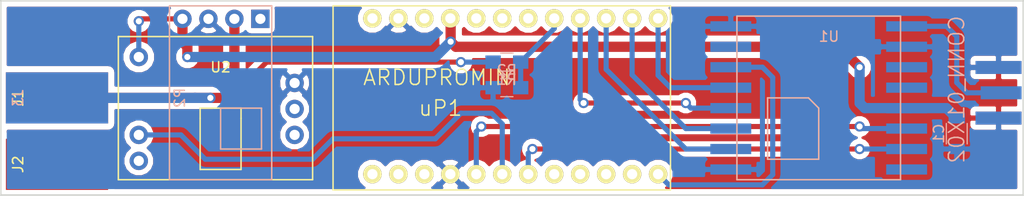
<source format=kicad_pcb>
(kicad_pcb (version 4) (host pcbnew 4.0.6)

  (general
    (links 33)
    (no_connects 3)
    (area 101.224999 92.75 202.0915 114.333333)
    (thickness 1.6)
    (drawings 4)
    (tracks 88)
    (zones 0)
    (modules 11)
    (nets 16)
  )

  (page A4)
  (layers
    (0 F.Cu signal)
    (31 B.Cu signal)
    (32 B.Adhes user)
    (33 F.Adhes user)
    (34 B.Paste user)
    (35 F.Paste user)
    (36 B.SilkS user)
    (37 F.SilkS user)
    (38 B.Mask user)
    (39 F.Mask user)
    (40 Dwgs.User user)
    (41 Cmts.User user)
    (42 Eco1.User user)
    (43 Eco2.User user)
    (44 Edge.Cuts user)
    (45 Margin user)
    (46 B.CrtYd user)
    (47 F.CrtYd user)
    (48 B.Fab user)
    (49 F.Fab user)
  )

  (setup
    (last_trace_width 0.5)
    (trace_clearance 0.5)
    (zone_clearance 0.508)
    (zone_45_only no)
    (trace_min 0.5)
    (segment_width 0.2)
    (edge_width 0.15)
    (via_size 1)
    (via_drill 0.6)
    (via_min_size 1)
    (via_min_drill 0.6)
    (uvia_size 0.3)
    (uvia_drill 0.1)
    (uvias_allowed no)
    (uvia_min_size 0.2)
    (uvia_min_drill 0.1)
    (pcb_text_width 0.3)
    (pcb_text_size 1.5 1.5)
    (mod_edge_width 0.15)
    (mod_text_size 1 1)
    (mod_text_width 0.15)
    (pad_size 1.8 1.8)
    (pad_drill 1)
    (pad_to_mask_clearance 0.2)
    (aux_axis_origin 101.5 112)
    (grid_origin 101.5 112)
    (visible_elements 7FFFEFFF)
    (pcbplotparams
      (layerselection 0x01000_80000001)
      (usegerberextensions false)
      (excludeedgelayer true)
      (linewidth 0.100000)
      (plotframeref false)
      (viasonmask false)
      (mode 1)
      (useauxorigin false)
      (hpglpennumber 1)
      (hpglpenspeed 20)
      (hpglpendiameter 15)
      (hpglpenoverlay 2)
      (psnegative false)
      (psa4output false)
      (plotreference false)
      (plotvalue false)
      (plotinvisibletext false)
      (padsonsilk false)
      (subtractmaskfromsilk false)
      (outputformat 1)
      (mirror false)
      (drillshape 0)
      (scaleselection 1)
      (outputdirectory ""))
  )

  (net 0 "")
  (net 1 GND)
  (net 2 /Lora_MISO)
  (net 3 /Lora_MOSI)
  (net 4 /Lora_SCK)
  (net 5 "Net-(P1-Pad1)")
  (net 6 /PWR_OUT)
  (net 7 /BATT_IN)
  (net 8 /I2C_SDA)
  (net 9 /I2C_SCL)
  (net 10 /ACC_INT1)
  (net 11 /ADC_0)
  (net 12 "Net-(U1-Pad5)")
  (net 13 /Lora_RESET)
  (net 14 /Lora_DIO1)
  (net 15 /Lora_DIO0)

  (net_class Default "Tämä on oletuskytkentäverkkoluokka."
    (clearance 0.5)
    (trace_width 0.5)
    (via_dia 1)
    (via_drill 0.6)
    (uvia_dia 0.3)
    (uvia_drill 0.1)
    (add_net /ACC_INT1)
    (add_net /ADC_0)
    (add_net /I2C_SCL)
    (add_net /I2C_SDA)
    (add_net /Lora_DIO0)
    (add_net /Lora_DIO1)
    (add_net /Lora_MISO)
    (add_net /Lora_MOSI)
    (add_net /Lora_RESET)
    (add_net /Lora_SCK)
    (add_net GND)
    (add_net "Net-(P1-Pad1)")
    (add_net "Net-(U1-Pad5)")
  )

  (net_class Batt ""
    (clearance 0.6)
    (trace_width 1)
    (via_dia 1)
    (via_drill 0.6)
    (uvia_dia 0.3)
    (uvia_drill 0.1)
    (add_net /BATT_IN)
    (add_net /PWR_OUT)
  )

  (module MyLib:RFM95 (layer B.Cu) (tedit 58AC420B) (tstamp 58ACA137)
    (at 181.5 102.5)
    (path /58AC423B)
    (fp_text reference U1 (at 1 -6) (layer B.SilkS)
      (effects (font (size 1 1) (thickness 0.15)) (justify mirror))
    )
    (fp_text value RFM95 (at 1 -4) (layer B.Fab)
      (effects (font (size 1 1) (thickness 0.15)) (justify mirror))
    )
    (fp_line (start -5 6) (end -5 0) (layer B.SilkS) (width 0.15))
    (fp_line (start -5 0) (end -1 0) (layer B.SilkS) (width 0.15))
    (fp_line (start -1 0) (end 0 1) (layer B.SilkS) (width 0.15))
    (fp_line (start 0 1) (end 0 6) (layer B.SilkS) (width 0.15))
    (fp_line (start 0 6) (end -5 6) (layer B.SilkS) (width 0.15))
    (fp_line (start -8 -8) (end -8 8) (layer B.SilkS) (width 0.15))
    (fp_line (start -8 8) (end 8 8) (layer B.SilkS) (width 0.15))
    (fp_line (start 8 8) (end 8 -8) (layer B.SilkS) (width 0.15))
    (fp_line (start 8 -8) (end -8 -8) (layer B.SilkS) (width 0.15))
    (pad 1 smd rect (at -8.6 7) (size 4 1) (layers B.Cu B.Paste B.Mask)
      (net 1 GND))
    (pad 2 smd rect (at -8.6 5) (size 4 1) (layers B.Cu B.Paste B.Mask)
      (net 2 /Lora_MISO))
    (pad 3 smd rect (at -8.6 3) (size 4 1) (layers B.Cu B.Paste B.Mask)
      (net 3 /Lora_MOSI))
    (pad 4 smd rect (at -8.6 1) (size 4 1) (layers B.Cu B.Paste B.Mask)
      (net 4 /Lora_SCK))
    (pad 5 smd rect (at -8.6 -1) (size 4 1) (layers B.Cu B.Paste B.Mask)
      (net 12 "Net-(U1-Pad5)"))
    (pad 6 smd rect (at -8.6 -3) (size 4 1) (layers B.Cu B.Paste B.Mask)
      (net 13 /Lora_RESET))
    (pad 7 smd rect (at -8.6 -5) (size 4 1) (layers B.Cu B.Paste B.Mask))
    (pad 8 smd rect (at -8.6 -7) (size 4 1) (layers B.Cu B.Paste B.Mask)
      (net 1 GND))
    (pad 9 smd rect (at 8.6 -7) (size 4 1) (layers B.Cu B.Paste B.Mask)
      (net 5 "Net-(P1-Pad1)"))
    (pad 10 smd rect (at 8.6 -5) (size 4 1) (layers B.Cu B.Paste B.Mask)
      (net 1 GND))
    (pad 11 smd rect (at 8.6 -3) (size 4 1) (layers B.Cu B.Paste B.Mask))
    (pad 12 smd rect (at 8.6 -1) (size 4 1) (layers B.Cu B.Paste B.Mask))
    (pad 13 smd rect (at 8.6 1) (size 4 1) (layers B.Cu B.Paste B.Mask)
      (net 6 /PWR_OUT))
    (pad 14 smd rect (at 8.6 3) (size 4 1) (layers B.Cu B.Paste B.Mask)
      (net 15 /Lora_DIO0))
    (pad 15 smd rect (at 8.6 5) (size 4 1) (layers B.Cu B.Paste B.Mask)
      (net 14 /Lora_DIO1))
    (pad 16 smd rect (at 8.6 7) (size 4 1) (layers B.Cu B.Paste B.Mask))
  )

  (module ADXL345_BRKOUT (layer F.Cu) (tedit 58ECC3B6) (tstamp 58E35FE9)
    (at 123 102.5)
    (path /58AF0D5E)
    (fp_text reference U2 (at 0 -3) (layer F.SilkS)
      (effects (font (size 1 1) (thickness 0.15)))
    )
    (fp_text value ADXL345_brkout (at 0 -5) (layer F.Fab)
      (effects (font (size 1 1) (thickness 0.15)))
    )
    (fp_line (start 2 1) (end 2 2) (layer F.SilkS) (width 0.15))
    (fp_line (start -2 1) (end -2 2) (layer F.SilkS) (width 0.15))
    (fp_line (start -2 1) (end 2 1) (layer F.SilkS) (width 0.15))
    (fp_line (start 2 2) (end 2 7) (layer F.SilkS) (width 0.15))
    (fp_line (start 2 7) (end -2 7) (layer F.SilkS) (width 0.15))
    (fp_line (start -2 7) (end -2 2) (layer F.SilkS) (width 0.15))
    (fp_line (start 9 -6) (end 9 8) (layer F.SilkS) (width 0.15))
    (fp_line (start 9 8) (end -10 8) (layer F.SilkS) (width 0.15))
    (fp_line (start -10 8) (end -10 -6) (layer F.SilkS) (width 0.15))
    (fp_line (start -10 -6) (end 9 -6) (layer F.SilkS) (width 0.15))
    (pad 1 thru_hole circle (at -8 -4) (size 1.8 1.8) (drill 1) (layers *.Cu *.Mask)
      (net 6 /PWR_OUT))
    (pad 2 smd circle (at -8 -1.46) (size 1.8 1.8) (layers Dwgs.User))
    (pad 3 smd circle (at -8 1.08) (size 1.8 1.8) (layers Dwgs.User))
    (pad 4 thru_hole circle (at -8 3.62) (size 1.8 1.8) (drill 1) (layers *.Cu *.Mask)
      (net 10 /ACC_INT1))
    (pad 5 thru_hole circle (at -8 6.16) (size 1.8 1.8) (drill 1) (layers *.Cu *.Mask))
    (pad 6 smd circle (at 7.24 6.16) (size 1.8 1.8) (layers Dwgs.User))
    (pad 7 thru_hole circle (at 7.24 3.62) (size 1.8 1.8) (drill 1) (layers *.Cu *.Mask)
      (net 8 /I2C_SDA))
    (pad 8 thru_hole circle (at 7.24 1.08) (size 1.8 1.8) (drill 1) (layers *.Cu *.Mask)
      (net 9 /I2C_SCL))
    (pad 9 thru_hole circle (at 7.24 -1.46) (size 1.8 1.8) (drill 1) (layers *.Cu *.Mask)
      (net 1 GND))
    (pad 10 smd circle (at 7.24 -4) (size 1.8 1.8) (layers Dwgs.User))
  )

  (module MyLib:ArduProMini_only_sideholes (layer F.Cu) (tedit 58ECC310) (tstamp 58E35FF6)
    (at 151.5 102.5 90)
    (path /58C14A6F)
    (fp_text reference uP1 (at -1 -7 180) (layer F.SilkS)
      (effects (font (size 1.5 1.5) (thickness 0.15)))
    )
    (fp_text value ARDUPROMINI (at 2 -7 180) (layer F.SilkS)
      (effects (font (size 1.5 1.5) (thickness 0.15)))
    )
    (fp_line (start -9 -17.5) (end 9 -17.5) (layer F.SilkS) (width 0.15))
    (fp_line (start 9 -17.5) (end 9 15.5) (layer F.SilkS) (width 0.15))
    (fp_line (start 9 15.5) (end -9 15.5) (layer F.SilkS) (width 0.15))
    (fp_line (start -9 15.5) (end -9 -17.5) (layer F.SilkS) (width 0.15))
    (pad 1 smd circle (at -6.19 -16.19 90) (size 1.524 1.524) (layers Dwgs.User))
    (pad 2 smd circle (at -3.65 -16.19 90) (size 1.524 1.524) (layers Dwgs.User))
    (pad 3 smd circle (at -1.11 -16.19 90) (size 1.524 1.524) (layers Dwgs.User))
    (pad 4 smd circle (at 1.43 -16.19 90) (size 1.524 1.524) (layers Dwgs.User))
    (pad 5 smd circle (at 3.97 -16.19 90) (size 1.524 1.524) (layers Dwgs.User))
    (pad 6 smd circle (at 6.51 -16.19 90) (size 1.524 1.524) (layers Dwgs.User))
    (pad 7 thru_hole circle (at -7.46 -13.65 90) (size 1.8 1.8) (drill 1) (layers *.Cu *.Mask F.SilkS))
    (pad 8 thru_hole circle (at -7.46 -11.11 90) (size 1.8 1.8) (drill 1) (layers *.Cu *.Mask F.SilkS))
    (pad 9 thru_hole circle (at -7.46 -8.57 90) (size 1.8 1.8) (drill 1) (layers *.Cu *.Mask F.SilkS))
    (pad 10 thru_hole circle (at -7.46 -6.03 90) (size 1.8 1.8) (drill 1) (layers *.Cu *.Mask F.SilkS)
      (net 1 GND))
    (pad 11 thru_hole circle (at -7.46 -3.49 90) (size 1.8 1.8) (drill 1) (layers *.Cu *.Mask F.SilkS)
      (net 15 /Lora_DIO0))
    (pad 12 thru_hole circle (at -7.46 -0.95 90) (size 1.8 1.8) (drill 1) (layers *.Cu *.Mask F.SilkS)
      (net 10 /ACC_INT1))
    (pad 13 thru_hole circle (at -7.46 1.59 90) (size 1.8 1.8) (drill 1) (layers *.Cu *.Mask F.SilkS)
      (net 14 /Lora_DIO1))
    (pad 14 thru_hole circle (at -7.46 4.13 90) (size 1.8 1.8) (drill 1) (layers *.Cu *.Mask F.SilkS))
    (pad 15 thru_hole circle (at -7.46 6.67 90) (size 1.8 1.8) (drill 1) (layers *.Cu *.Mask F.SilkS))
    (pad 16 thru_hole circle (at -7.46 9.21 90) (size 1.8 1.8) (drill 1) (layers *.Cu *.Mask F.SilkS))
    (pad 17 thru_hole circle (at -7.46 11.75 90) (size 1.8 1.8) (drill 1) (layers *.Cu *.Mask F.SilkS))
    (pad 18 thru_hole circle (at -7.46 14.29 90) (size 1.8 1.8) (drill 1) (layers *.Cu *.Mask F.SilkS)
      (net 13 /Lora_RESET))
    (pad 19 thru_hole circle (at 7.78 -13.65 90) (size 1.8 1.8) (drill 1) (layers *.Cu *.Mask F.SilkS))
    (pad 20 thru_hole circle (at 7.78 -11.11 90) (size 1.8 1.8) (drill 1) (layers *.Cu *.Mask F.SilkS)
      (net 1 GND))
    (pad 21 thru_hole circle (at 7.78 -8.57 90) (size 1.8 1.8) (drill 1) (layers *.Cu *.Mask F.SilkS))
    (pad 22 thru_hole circle (at 7.78 -6.03 90) (size 1.8 1.8) (drill 1) (layers *.Cu *.Mask F.SilkS)
      (net 6 /PWR_OUT))
    (pad 23 thru_hole circle (at 7.78 -3.49 90) (size 1.8 1.8) (drill 1) (layers *.Cu *.Mask F.SilkS))
    (pad 24 thru_hole circle (at 7.78 -0.95 90) (size 1.8 1.8) (drill 1) (layers *.Cu *.Mask F.SilkS))
    (pad 25 thru_hole circle (at 7.78 1.59 90) (size 1.8 1.8) (drill 1) (layers *.Cu *.Mask F.SilkS))
    (pad 26 thru_hole circle (at 7.78 4.13 90) (size 1.8 1.8) (drill 1) (layers *.Cu *.Mask F.SilkS)
      (net 11 /ADC_0))
    (pad 27 thru_hole circle (at 7.78 6.67 90) (size 1.8 1.8) (drill 1) (layers *.Cu *.Mask F.SilkS)
      (net 4 /Lora_SCK))
    (pad 28 thru_hole circle (at 7.78 9.21 90) (size 1.8 1.8) (drill 1) (layers *.Cu *.Mask F.SilkS)
      (net 2 /Lora_MISO))
    (pad 29 thru_hole circle (at 7.78 11.75 90) (size 1.8 1.8) (drill 1) (layers *.Cu *.Mask F.SilkS)
      (net 3 /Lora_MOSI))
    (pad 30 thru_hole circle (at 7.78 14.29 90) (size 1.8 1.8) (drill 1) (layers *.Cu *.Mask F.SilkS)
      (net 12 "Net-(U1-Pad5)"))
    (pad 31 smd circle (at 4.859 -4.887 90) (size 1.8 1.8) (layers Dwgs.User)
      (net 9 /I2C_SCL))
    (pad 32 smd circle (at 4.859 -2.347 90) (size 1.8 1.8) (layers Dwgs.User)
      (net 8 /I2C_SDA))
    (pad 33 smd circle (at 4.859 5.527 90) (size 1.8 1.8) (layers Dwgs.User))
    (pad 34 smd circle (at 4.859 8.067 90) (size 1.8 1.8) (layers Dwgs.User))
  )

  (module MyLib:TPS61200_Tiny_Module (layer B.Cu) (tedit 58ECBFF6) (tstamp 58E35FE2)
    (at 118 93.5 270)
    (path /58AEE323)
    (fp_text reference P2 (at 9 -1 270) (layer B.SilkS)
      (effects (font (size 1 1) (thickness 0.15)) (justify mirror))
    )
    (fp_text value CONN_01X04 (at 9 1 360) (layer B.Fab)
      (effects (font (size 1 1) (thickness 0.15)) (justify mirror))
    )
    (fp_line (start 10 -5) (end 14 -5) (layer B.SilkS) (width 0.15))
    (fp_line (start 14 -5) (end 14 -9) (layer B.SilkS) (width 0.15))
    (fp_line (start 14 -9) (end 10 -9) (layer B.SilkS) (width 0.15))
    (fp_line (start 10 -9) (end 10 -5) (layer B.SilkS) (width 0.15))
    (fp_line (start 17 0) (end 17 -10) (layer B.SilkS) (width 0.15))
    (fp_line (start 17 -10) (end 0 -10) (layer B.SilkS) (width 0.15))
    (fp_line (start 0 -10) (end 0 0) (layer B.SilkS) (width 0.15))
    (fp_line (start 0 0) (end 17 0) (layer B.SilkS) (width 0.15))
    (pad 1 thru_hole circle (at 1.27 -1.27 270) (size 1.8 1.8) (drill 1) (layers *.Cu *.Mask)
      (net 6 /PWR_OUT))
    (pad 2 thru_hole circle (at 1.27 -3.81 270) (size 1.8 1.8) (drill 1) (layers *.Cu *.Mask)
      (net 1 GND))
    (pad 3 thru_hole circle (at 1.27 -6.35 270) (size 1.8 1.8) (drill 1) (layers *.Cu *.Mask)
      (net 7 /BATT_IN))
    (pad 4 thru_hole rect (at 1.27 -8.89 270) (size 1.8 1.8) (drill 1) (layers *.Cu *.Mask))
  )

  (module SMA_EDGE (layer B.Cu) (tedit 58E6060C) (tstamp 58D3B325)
    (at 201.3415 102 270)
    (path /58AED1B7)
    (fp_text reference P1 (at -0.3175 6.35 270) (layer B.SilkS) hide
      (effects (font (size 1.5 1.5) (thickness 0.15)) (justify mirror))
    )
    (fp_text value CONN_01X02 (at -0.3175 6.35 450) (layer B.SilkS)
      (effects (font (size 1.5 1.5) (thickness 0.15)) (justify mirror))
    )
    (pad 2 smd rect (at -2.4765 2.254 270) (size 1.27 4.5) (layers B.Cu B.Paste B.Mask)
      (net 1 GND))
    (pad 2 smd rect (at 2.4765 2.254 270) (size 1.27 4.5) (layers B.Cu B.Paste B.Mask)
      (net 1 GND))
    (pad 1 smd rect (at 0 2 270) (size 1.27 4) (layers B.Cu B.Paste B.Mask)
      (net 5 "Net-(P1-Pad1)"))
    (pad 2 smd rect (at -2.4765 2.254 270) (size 1.27 4.5) (layers F.Cu B.Paste B.Mask)
      (net 1 GND))
    (pad 2 smd rect (at 2.4765 2.254 270) (size 1.27 4.5) (layers F.Cu B.Paste B.Mask)
      (net 1 GND))
  )

  (module Resistors_SMD:R_0805_HandSoldering (layer B.Cu) (tedit 58AADA1D) (tstamp 58D3B2C9)
    (at 151 99)
    (descr "Resistor SMD 0805, hand soldering")
    (tags "resistor 0805")
    (path /58B570FF)
    (attr smd)
    (fp_text reference R1 (at 0 1.7) (layer B.SilkS)
      (effects (font (size 1 1) (thickness 0.15)) (justify mirror))
    )
    (fp_text value 39k (at 0 -1.75) (layer B.Fab)
      (effects (font (size 1 1) (thickness 0.15)) (justify mirror))
    )
    (fp_text user %R (at 0 1.7) (layer B.Fab)
      (effects (font (size 1 1) (thickness 0.15)) (justify mirror))
    )
    (fp_line (start -1 -0.62) (end -1 0.62) (layer B.Fab) (width 0.1))
    (fp_line (start 1 -0.62) (end -1 -0.62) (layer B.Fab) (width 0.1))
    (fp_line (start 1 0.62) (end 1 -0.62) (layer B.Fab) (width 0.1))
    (fp_line (start -1 0.62) (end 1 0.62) (layer B.Fab) (width 0.1))
    (fp_line (start 0.6 -0.88) (end -0.6 -0.88) (layer B.SilkS) (width 0.12))
    (fp_line (start -0.6 0.88) (end 0.6 0.88) (layer B.SilkS) (width 0.12))
    (fp_line (start -2.35 0.9) (end 2.35 0.9) (layer B.CrtYd) (width 0.05))
    (fp_line (start -2.35 0.9) (end -2.35 -0.9) (layer B.CrtYd) (width 0.05))
    (fp_line (start 2.35 -0.9) (end 2.35 0.9) (layer B.CrtYd) (width 0.05))
    (fp_line (start 2.35 -0.9) (end -2.35 -0.9) (layer B.CrtYd) (width 0.05))
    (pad 1 smd rect (at -1.35 0) (size 1.5 1.3) (layers B.Cu B.Paste B.Mask)
      (net 7 /BATT_IN))
    (pad 2 smd rect (at 1.35 0) (size 1.5 1.3) (layers B.Cu B.Paste B.Mask)
      (net 11 /ADC_0))
    (model Resistors_SMD.3dshapes/R_0805.wrl
      (at (xyz 0 0 0))
      (scale (xyz 1 1 1))
      (rotate (xyz 0 0 0))
    )
  )

  (module Resistors_SMD:R_0805_HandSoldering (layer B.Cu) (tedit 58AADA1D) (tstamp 58D3B2CE)
    (at 151 101.5 180)
    (descr "Resistor SMD 0805, hand soldering")
    (tags "resistor 0805")
    (path /58B57434)
    (attr smd)
    (fp_text reference R2 (at 0 1.7 180) (layer B.SilkS)
      (effects (font (size 1 1) (thickness 0.15)) (justify mirror))
    )
    (fp_text value 120k (at 0 -1.75 180) (layer B.Fab)
      (effects (font (size 1 1) (thickness 0.15)) (justify mirror))
    )
    (fp_text user %R (at 0 1.7 180) (layer B.Fab)
      (effects (font (size 1 1) (thickness 0.15)) (justify mirror))
    )
    (fp_line (start -1 -0.62) (end -1 0.62) (layer B.Fab) (width 0.1))
    (fp_line (start 1 -0.62) (end -1 -0.62) (layer B.Fab) (width 0.1))
    (fp_line (start 1 0.62) (end 1 -0.62) (layer B.Fab) (width 0.1))
    (fp_line (start -1 0.62) (end 1 0.62) (layer B.Fab) (width 0.1))
    (fp_line (start 0.6 -0.88) (end -0.6 -0.88) (layer B.SilkS) (width 0.12))
    (fp_line (start -0.6 0.88) (end 0.6 0.88) (layer B.SilkS) (width 0.12))
    (fp_line (start -2.35 0.9) (end 2.35 0.9) (layer B.CrtYd) (width 0.05))
    (fp_line (start -2.35 0.9) (end -2.35 -0.9) (layer B.CrtYd) (width 0.05))
    (fp_line (start 2.35 -0.9) (end 2.35 0.9) (layer B.CrtYd) (width 0.05))
    (fp_line (start 2.35 -0.9) (end -2.35 -0.9) (layer B.CrtYd) (width 0.05))
    (pad 1 smd rect (at -1.35 0 180) (size 1.5 1.3) (layers B.Cu B.Paste B.Mask)
      (net 11 /ADC_0))
    (pad 2 smd rect (at 1.35 0 180) (size 1.5 1.3) (layers B.Cu B.Paste B.Mask)
      (net 1 GND))
    (model Resistors_SMD.3dshapes/R_0805.wrl
      (at (xyz 0 0 0))
      (scale (xyz 1 1 1))
      (rotate (xyz 0 0 0))
    )
  )

  (module Capacitors_SMD:C_1206 (layer B.Cu) (tedit 58AA84B8) (tstamp 58D3B7C3)
    (at 195 106 270)
    (descr "Capacitor SMD 1206, reflow soldering, AVX (see smccp.pdf)")
    (tags "capacitor 1206")
    (path /58B598FF)
    (attr smd)
    (fp_text reference C1 (at 0 1.75 270) (layer B.SilkS)
      (effects (font (size 1 1) (thickness 0.15)) (justify mirror))
    )
    (fp_text value 0.1u (at 0 -2 270) (layer B.Fab)
      (effects (font (size 1 1) (thickness 0.15)) (justify mirror))
    )
    (fp_text user %R (at 0 1.75 270) (layer B.Fab)
      (effects (font (size 1 1) (thickness 0.15)) (justify mirror))
    )
    (fp_line (start -1.6 -0.8) (end -1.6 0.8) (layer B.Fab) (width 0.1))
    (fp_line (start 1.6 -0.8) (end -1.6 -0.8) (layer B.Fab) (width 0.1))
    (fp_line (start 1.6 0.8) (end 1.6 -0.8) (layer B.Fab) (width 0.1))
    (fp_line (start -1.6 0.8) (end 1.6 0.8) (layer B.Fab) (width 0.1))
    (fp_line (start 1 1.02) (end -1 1.02) (layer B.SilkS) (width 0.12))
    (fp_line (start -1 -1.02) (end 1 -1.02) (layer B.SilkS) (width 0.12))
    (fp_line (start -2.25 1.05) (end 2.25 1.05) (layer B.CrtYd) (width 0.05))
    (fp_line (start -2.25 1.05) (end -2.25 -1.05) (layer B.CrtYd) (width 0.05))
    (fp_line (start 2.25 -1.05) (end 2.25 1.05) (layer B.CrtYd) (width 0.05))
    (fp_line (start 2.25 -1.05) (end -2.25 -1.05) (layer B.CrtYd) (width 0.05))
    (pad 1 smd rect (at -1.5 0 270) (size 1 1.6) (layers B.Cu B.Paste B.Mask)
      (net 6 /PWR_OUT))
    (pad 2 smd rect (at 1.5 0 270) (size 1 1.6) (layers B.Cu B.Paste B.Mask)
      (net 1 GND))
    (model Capacitors_SMD.3dshapes/C_1206.wrl
      (at (xyz 0 0 0))
      (scale (xyz 1 1 1))
      (rotate (xyz 0 0 0))
    )
  )

  (module Wire_Pads:SolderWirePad_single_SMD_5x10mm (layer F.Cu) (tedit 5640A485) (tstamp 58E363D2)
    (at 107 102.5 90)
    (descr "Wire Pad, Square, SMD Pad,  5mm x 10mm,")
    (tags "MesurementPoint Square SMDPad 5mmx10mm ")
    (path /58E3BD9A)
    (attr smd)
    (fp_text reference J1 (at 0 -3.81 90) (layer F.SilkS)
      (effects (font (size 1 1) (thickness 0.15)))
    )
    (fp_text value CONN_01X01 (at 0 6.35 90) (layer F.Fab)
      (effects (font (size 1 1) (thickness 0.15)))
    )
    (fp_line (start 2.75 -5.25) (end -2.75 -5.25) (layer F.CrtYd) (width 0.05))
    (fp_line (start 2.75 5.25) (end 2.75 -5.25) (layer F.CrtYd) (width 0.05))
    (fp_line (start -2.75 5.25) (end 2.75 5.25) (layer F.CrtYd) (width 0.05))
    (fp_line (start -2.75 -5.25) (end -2.75 5.25) (layer F.CrtYd) (width 0.05))
    (pad 1 smd rect (at 0 0 90) (size 5 10) (layers F.Cu F.Paste F.Mask)
      (net 7 /BATT_IN))
  )

  (module Wire_Pads:SolderWirePad_single_SMD_5x10mm (layer F.Cu) (tedit 5640A485) (tstamp 58E363D7)
    (at 107 109 90)
    (descr "Wire Pad, Square, SMD Pad,  5mm x 10mm,")
    (tags "MesurementPoint Square SMDPad 5mmx10mm ")
    (path /58E3BDDD)
    (attr smd)
    (fp_text reference J2 (at 0 -3.81 90) (layer F.SilkS)
      (effects (font (size 1 1) (thickness 0.15)))
    )
    (fp_text value CONN_01X01 (at 0 6.35 90) (layer F.Fab)
      (effects (font (size 1 1) (thickness 0.15)))
    )
    (fp_line (start 2.75 -5.25) (end -2.75 -5.25) (layer F.CrtYd) (width 0.05))
    (fp_line (start 2.75 5.25) (end 2.75 -5.25) (layer F.CrtYd) (width 0.05))
    (fp_line (start -2.75 5.25) (end 2.75 5.25) (layer F.CrtYd) (width 0.05))
    (fp_line (start -2.75 -5.25) (end -2.75 5.25) (layer F.CrtYd) (width 0.05))
    (pad 1 smd rect (at 0 0 90) (size 5 10) (layers F.Cu F.Paste F.Mask)
      (net 1 GND))
  )

  (module Wire_Pads:SolderWirePad_single_SMD_5x10mm (layer B.Cu) (tedit 5640A485) (tstamp 58E36522)
    (at 107 102.5 270)
    (descr "Wire Pad, Square, SMD Pad,  5mm x 10mm,")
    (tags "MesurementPoint Square SMDPad 5mmx10mm ")
    (path /58E3C9BD)
    (attr smd)
    (fp_text reference J3 (at 0 3.81 270) (layer B.SilkS)
      (effects (font (size 1 1) (thickness 0.15)) (justify mirror))
    )
    (fp_text value CONN_01X01 (at 0 -6.35 270) (layer B.Fab)
      (effects (font (size 1 1) (thickness 0.15)) (justify mirror))
    )
    (fp_line (start 2.75 5.25) (end -2.75 5.25) (layer B.CrtYd) (width 0.05))
    (fp_line (start 2.75 -5.25) (end 2.75 5.25) (layer B.CrtYd) (width 0.05))
    (fp_line (start -2.75 -5.25) (end 2.75 -5.25) (layer B.CrtYd) (width 0.05))
    (fp_line (start -2.75 5.25) (end -2.75 -5.25) (layer B.CrtYd) (width 0.05))
    (pad 1 smd rect (at 0 0 270) (size 5 10) (layers B.Cu B.Paste B.Mask)
      (net 7 /BATT_IN))
  )

  (gr_line (start 201.5 112) (end 101.5 112) (layer Edge.Cuts) (width 0.15))
  (gr_line (start 201.5 93) (end 201.5 112) (layer Edge.Cuts) (width 0.15))
  (gr_line (start 101.5 93) (end 201.5 93) (layer Edge.Cuts) (width 0.15))
  (gr_line (start 101.5 112) (end 101.5 93) (layer Edge.Cuts) (width 0.15))

  (segment (start 172.5 107.5) (end 168.5 107.5) (width 0.5) (layer B.Cu) (net 2))
  (segment (start 160.71 99.71) (end 160.71 94.72) (width 0.5) (layer B.Cu) (net 2) (tstamp 58DCE254))
  (segment (start 168.5 107.5) (end 160.71 99.71) (width 0.5) (layer B.Cu) (net 2) (tstamp 58DCE24E))
  (segment (start 172.5 105.5) (end 168.5 105.5) (width 0.5) (layer B.Cu) (net 3))
  (segment (start 163.25 100.25) (end 163.25 94.72) (width 0.5) (layer B.Cu) (net 3) (tstamp 58DCE247))
  (segment (start 168.5 105.5) (end 163.25 100.25) (width 0.5) (layer B.Cu) (net 3) (tstamp 58DCE23A))
  (segment (start 172.9 103.5) (end 169 103.5) (width 0.5) (layer B.Cu) (net 4))
  (segment (start 169 103.5) (end 168.5 103) (width 0.5) (layer B.Cu) (net 4))
  (segment (start 158.17 94.72) (end 158.17 102.67) (width 0.5) (layer B.Cu) (net 4))
  (segment (start 158.17 102.67) (end 158.5 103) (width 0.5) (layer B.Cu) (net 4))
  (via (at 168.5 103) (size 1) (drill 0.6) (layers F.Cu B.Cu) (net 4))
  (segment (start 158.5 103) (end 168.5 103) (width 0.5) (layer F.Cu) (net 4) (tstamp 58DCE000))
  (via (at 158.5 103) (size 1) (drill 0.6) (layers F.Cu B.Cu) (net 4))
  (segment (start 190.5 95.5) (end 194 95.5) (width 0.5) (layer B.Cu) (net 5))
  (segment (start 196 102) (end 199.6585 102) (width 0.5) (layer B.Cu) (net 5) (tstamp 58DA53AB))
  (segment (start 195 101) (end 196 102) (width 0.5) (layer B.Cu) (net 5) (tstamp 58DA53A9))
  (segment (start 195 96.5) (end 195 101) (width 0.5) (layer B.Cu) (net 5) (tstamp 58DA53A3))
  (segment (start 194 95.5) (end 195 96.5) (width 0.5) (layer B.Cu) (net 5) (tstamp 58DA539A))
  (segment (start 119.75 97.5) (end 119.27 97.02) (width 1) (layer F.Cu) (net 6))
  (segment (start 119.27 97.02) (end 119.27 94.77) (width 1) (layer F.Cu) (net 6))
  (segment (start 119.75 98.5) (end 119.75 97.5) (width 1) (layer F.Cu) (net 6))
  (segment (start 122 98.5) (end 119.75 98.5) (width 1) (layer B.Cu) (net 6))
  (via (at 115 95) (size 1) (drill 0.6) (layers F.Cu B.Cu) (net 6))
  (segment (start 195 104.5) (end 194 103.5) (width 1) (layer B.Cu) (net 6))
  (segment (start 194 103.5) (end 190.5 103.5) (width 1) (layer B.Cu) (net 6))
  (segment (start 185.5 103) (end 186 103.5) (width 1) (layer B.Cu) (net 6))
  (segment (start 186 103.5) (end 190.5 103.5) (width 1) (layer B.Cu) (net 6))
  (segment (start 185.5 99.5) (end 185.5 103) (width 1) (layer B.Cu) (net 6))
  (via (at 185.5 99.5) (size 1) (drill 0.6) (layers F.Cu B.Cu) (net 6))
  (segment (start 183.5 97.5) (end 185.5 99.5) (width 1) (layer F.Cu) (net 6))
  (segment (start 146 97.5) (end 183.5 97.5) (width 1) (layer F.Cu) (net 6))
  (segment (start 145.5 97) (end 146 97.5) (width 1) (layer F.Cu) (net 6))
  (segment (start 145.5 97) (end 145.5 94.75) (width 1) (layer F.Cu) (net 6))
  (segment (start 145.5 94.75) (end 145.47 94.72) (width 1) (layer F.Cu) (net 6))
  (segment (start 122 98.5) (end 144 98.5) (width 1) (layer B.Cu) (net 6))
  (segment (start 144 98.5) (end 145.5 97) (width 1) (layer B.Cu) (net 6))
  (via (at 119.75 98.5) (size 1) (drill 0.6) (layers F.Cu B.Cu) (net 6))
  (segment (start 119.27 94.77) (end 115.23 94.77) (width 0.5) (layer F.Cu) (net 6))
  (segment (start 115 95) (end 115 98.5) (width 0.5) (layer B.Cu) (net 6) (tstamp 58DCF179))
  (segment (start 115.23 94.77) (end 115 95) (width 0.5) (layer F.Cu) (net 6) (tstamp 58DCF16D))
  (via (at 145.5 97) (size 1) (drill 0.6) (layers F.Cu B.Cu) (net 6))
  (segment (start 120.5 102.5) (end 122 102.5) (width 1) (layer B.Cu) (net 7))
  (segment (start 146.5 99) (end 149.65 99) (width 0.5) (layer B.Cu) (net 7))
  (segment (start 124.35 102.15) (end 127.5 99) (width 0.5) (layer F.Cu) (net 7))
  (segment (start 127.5 99) (end 146.5 99) (width 0.5) (layer F.Cu) (net 7))
  (via (at 146.5 99) (size 1) (drill 0.6) (layers F.Cu B.Cu) (net 7))
  (segment (start 107 102.5) (end 120.5 102.5) (width 1) (layer B.Cu) (net 7))
  (segment (start 120.5 102.5) (end 107 102.5) (width 1) (layer F.Cu) (net 7))
  (segment (start 124.35 102.15) (end 124 102.5) (width 1) (layer F.Cu) (net 7))
  (segment (start 124 102.5) (end 120.5 102.5) (width 1) (layer F.Cu) (net 7))
  (segment (start 124.35 94.77) (end 124.35 102.15) (width 1) (layer F.Cu) (net 7))
  (via (at 122 102.5) (size 1) (drill 0.6) (layers F.Cu B.Cu) (net 7))
  (segment (start 149.5 104) (end 146.5 104) (width 0.5) (layer B.Cu) (net 10))
  (segment (start 150.55 105.05) (end 149.5 104) (width 0.5) (layer B.Cu) (net 10) (tstamp 58DCEFEE))
  (segment (start 150.55 109.96) (end 150.55 105.05) (width 0.5) (layer B.Cu) (net 10))
  (segment (start 119.12 106.12) (end 115 106.12) (width 0.5) (layer B.Cu) (net 10) (tstamp 58DCF243))
  (segment (start 121.5 108.5) (end 119.12 106.12) (width 0.5) (layer B.Cu) (net 10) (tstamp 58DCF240))
  (segment (start 132 108.5) (end 121.5 108.5) (width 0.5) (layer B.Cu) (net 10) (tstamp 58DCF23E))
  (segment (start 134 106.5) (end 132 108.5) (width 0.5) (layer B.Cu) (net 10) (tstamp 58DCF23A))
  (segment (start 144 106.5) (end 134 106.5) (width 0.5) (layer B.Cu) (net 10) (tstamp 58DCF235))
  (segment (start 146.5 104) (end 144 106.5) (width 0.5) (layer B.Cu) (net 10) (tstamp 58DCF22B))
  (segment (start 152.35 99) (end 152.35 101.5) (width 0.5) (layer B.Cu) (net 11))
  (segment (start 155.63 94.72) (end 155.63 95.72) (width 0.5) (layer B.Cu) (net 11))
  (segment (start 155.63 95.72) (end 152.35 99) (width 0.5) (layer B.Cu) (net 11) (tstamp 58DCE131))
  (segment (start 172.5 101.5) (end 167 101.5) (width 0.5) (layer B.Cu) (net 12))
  (segment (start 165.79 100.29) (end 165.79 94.72) (width 0.5) (layer B.Cu) (net 12) (tstamp 58DCDFA1))
  (segment (start 167 101.5) (end 165.79 100.29) (width 0.5) (layer B.Cu) (net 12) (tstamp 58DCDF97))
  (segment (start 172.5 99.5) (end 176 99.5) (width 0.5) (layer B.Cu) (net 13))
  (segment (start 166.83 111) (end 165.79 109.96) (width 0.5) (layer B.Cu) (net 13) (tstamp 58DCE1A6))
  (segment (start 176 111) (end 166.83 111) (width 0.5) (layer B.Cu) (net 13) (tstamp 58DCE19E))
  (segment (start 177 110) (end 176 111) (width 0.5) (layer B.Cu) (net 13) (tstamp 58DCE19A))
  (segment (start 177 100.5) (end 177 110) (width 0.5) (layer B.Cu) (net 13) (tstamp 58DCE191))
  (segment (start 176 99.5) (end 177 100.5) (width 0.5) (layer B.Cu) (net 13) (tstamp 58DCE172))
  (segment (start 190.5 107.5) (end 185.5 107.5) (width 0.5) (layer B.Cu) (net 14))
  (segment (start 153.09 107.91) (end 153.09 109.96) (width 0.5) (layer B.Cu) (net 14) (tstamp 58DCE07E))
  (segment (start 153.5 107.5) (end 153.09 107.91) (width 0.5) (layer B.Cu) (net 14) (tstamp 58DCE07D))
  (via (at 153.5 107.5) (size 1) (drill 0.6) (layers F.Cu B.Cu) (net 14))
  (segment (start 185.5 107.5) (end 153.5 107.5) (width 0.5) (layer F.Cu) (net 14) (tstamp 58DCE06B))
  (via (at 185.5 107.5) (size 1) (drill 0.6) (layers F.Cu B.Cu) (net 14))
  (segment (start 190.1 105.5) (end 185.7034 105.5) (width 0.5) (layer B.Cu) (net 15))
  (segment (start 185.7034 105.5) (end 185.4978 105.2944) (width 0.5) (layer B.Cu) (net 15))
  (segment (start 148.01 105.99) (end 148.000001 105.980001) (width 0.5) (layer B.Cu) (net 15))
  (segment (start 148.000001 105.980001) (end 148.000001 105.799999) (width 0.5) (layer B.Cu) (net 15))
  (segment (start 148.000001 105.799999) (end 148.5 105.3) (width 0.5) (layer B.Cu) (net 15))
  (segment (start 148.01 105.99) (end 148.01 109.96) (width 0.5) (layer B.Cu) (net 15) (tstamp 58DCE094))
  (via (at 148.5 105.3) (size 1) (drill 0.6) (layers F.Cu B.Cu) (net 15))
  (segment (start 185.5 105.3) (end 148.5 105.3) (width 0.5) (layer F.Cu) (net 15) (tstamp 58DCE08B))
  (via (at 185.4978 105.2944) (size 1) (drill 0.6) (layers F.Cu B.Cu) (net 15))

  (zone (net 1) (net_name GND) (layer F.Cu) (tstamp 58AEC5A2) (hatch edge 0.508)
    (connect_pads (clearance 0.508))
    (min_thickness 0.254)
    (fill yes (arc_segments 16) (thermal_gap 0.508) (thermal_bridge_width 0.508))
    (polygon
      (pts
        (xy 201.5 112) (xy 101.5 112) (xy 101.5 93) (xy 201.5 93)
      )
    )
    (filled_polygon
      (pts
        (xy 200.79 98.2535) (xy 199.37325 98.2535) (xy 199.2145 98.41225) (xy 199.2145 99.3965) (xy 199.2345 99.3965)
        (xy 199.2345 99.6505) (xy 199.2145 99.6505) (xy 199.2145 100.63475) (xy 199.37325 100.7935) (xy 200.79 100.7935)
        (xy 200.79 103.2065) (xy 199.37325 103.2065) (xy 199.2145 103.36525) (xy 199.2145 104.3495) (xy 199.2345 104.3495)
        (xy 199.2345 104.6035) (xy 199.2145 104.6035) (xy 199.2145 105.58775) (xy 199.37325 105.7465) (xy 200.79 105.7465)
        (xy 200.79 111.29) (xy 166.59077 111.29) (xy 166.658371 111.262068) (xy 167.090551 110.830643) (xy 167.324733 110.26667)
        (xy 167.325265 109.656009) (xy 167.092068 109.091629) (xy 166.660643 108.659449) (xy 166.09667 108.425267) (xy 165.486009 108.424735)
        (xy 164.921629 108.657932) (xy 164.519677 109.059182) (xy 164.120643 108.659449) (xy 163.55667 108.425267) (xy 162.946009 108.424735)
        (xy 162.381629 108.657932) (xy 161.979677 109.059182) (xy 161.580643 108.659449) (xy 161.01667 108.425267) (xy 160.406009 108.424735)
        (xy 159.841629 108.657932) (xy 159.439677 109.059182) (xy 159.040643 108.659449) (xy 158.47667 108.425267) (xy 157.866009 108.424735)
        (xy 157.301629 108.657932) (xy 156.899677 109.059182) (xy 156.500643 108.659449) (xy 155.93667 108.425267) (xy 155.326009 108.424735)
        (xy 154.761629 108.657932) (xy 154.359677 109.059182) (xy 153.960643 108.659449) (xy 153.813725 108.598443) (xy 154.142086 108.462767)
        (xy 154.219989 108.385) (xy 184.779724 108.385) (xy 184.856235 108.461645) (xy 185.273244 108.634803) (xy 185.724775 108.635197)
        (xy 186.142086 108.462767) (xy 186.461645 108.143765) (xy 186.634803 107.726756) (xy 186.635197 107.275225) (xy 186.462767 106.857914)
        (xy 186.143765 106.538355) (xy 185.802408 106.396611) (xy 186.139886 106.257167) (xy 186.459445 105.938165) (xy 186.632603 105.521156)
        (xy 186.632997 105.069625) (xy 186.505992 104.76225) (xy 196.2025 104.76225) (xy 196.2025 105.237809) (xy 196.299173 105.471198)
        (xy 196.477801 105.649827) (xy 196.71119 105.7465) (xy 198.80175 105.7465) (xy 198.9605 105.58775) (xy 198.9605 104.6035)
        (xy 196.36125 104.6035) (xy 196.2025 104.76225) (xy 186.505992 104.76225) (xy 186.460567 104.652314) (xy 186.141565 104.332755)
        (xy 185.724556 104.159597) (xy 185.273025 104.159203) (xy 184.855714 104.331633) (xy 184.772201 104.415) (xy 149.220276 104.415)
        (xy 149.143765 104.338355) (xy 148.726756 104.165197) (xy 148.275225 104.164803) (xy 147.857914 104.337233) (xy 147.538355 104.656235)
        (xy 147.365197 105.073244) (xy 147.364803 105.524775) (xy 147.537233 105.942086) (xy 147.856235 106.261645) (xy 148.273244 106.434803)
        (xy 148.724775 106.435197) (xy 149.142086 106.262767) (xy 149.219989 106.185) (xy 184.783114 106.185) (xy 184.854035 106.256045)
        (xy 185.195392 106.397789) (xy 184.857914 106.537233) (xy 184.780011 106.615) (xy 154.220276 106.615) (xy 154.143765 106.538355)
        (xy 153.726756 106.365197) (xy 153.275225 106.364803) (xy 152.857914 106.537233) (xy 152.538355 106.856235) (xy 152.365197 107.273244)
        (xy 152.364803 107.724775) (xy 152.537233 108.142086) (xy 152.819418 108.424764) (xy 152.786009 108.424735) (xy 152.221629 108.657932)
        (xy 151.819677 109.059182) (xy 151.420643 108.659449) (xy 150.85667 108.425267) (xy 150.246009 108.424735) (xy 149.681629 108.657932)
        (xy 149.279677 109.059182) (xy 148.880643 108.659449) (xy 148.31667 108.425267) (xy 147.706009 108.424735) (xy 147.141629 108.657932)
        (xy 146.709449 109.089357) (xy 146.700797 109.110194) (xy 146.550159 109.059446) (xy 145.649605 109.96) (xy 146.550159 110.860554)
        (xy 146.700327 110.809965) (xy 146.707932 110.828371) (xy 147.139357 111.260551) (xy 147.210278 111.29) (xy 146.286386 111.29)
        (xy 146.370554 111.040159) (xy 145.47 110.139605) (xy 144.569446 111.040159) (xy 144.653614 111.29) (xy 143.73077 111.29)
        (xy 143.798371 111.262068) (xy 144.230551 110.830643) (xy 144.239203 110.809806) (xy 144.389841 110.860554) (xy 145.290395 109.96)
        (xy 144.389841 109.059446) (xy 144.239673 109.110035) (xy 144.232068 109.091629) (xy 144.02065 108.879841) (xy 144.569446 108.879841)
        (xy 145.47 109.780395) (xy 146.370554 108.879841) (xy 146.284148 108.623357) (xy 145.710664 108.413542) (xy 145.10054 108.439161)
        (xy 144.655852 108.623357) (xy 144.569446 108.879841) (xy 144.02065 108.879841) (xy 143.800643 108.659449) (xy 143.23667 108.425267)
        (xy 142.626009 108.424735) (xy 142.061629 108.657932) (xy 141.659677 109.059182) (xy 141.260643 108.659449) (xy 140.69667 108.425267)
        (xy 140.086009 108.424735) (xy 139.521629 108.657932) (xy 139.119677 109.059182) (xy 138.720643 108.659449) (xy 138.15667 108.425267)
        (xy 137.546009 108.424735) (xy 136.981629 108.657932) (xy 136.549449 109.089357) (xy 136.315267 109.65333) (xy 136.314735 110.263991)
        (xy 136.547932 110.828371) (xy 136.979357 111.260551) (xy 137.050278 111.29) (xy 112.635 111.29) (xy 112.635 109.28575)
        (xy 112.47625 109.127) (xy 107.127 109.127) (xy 107.127 109.147) (xy 106.873 109.147) (xy 106.873 109.127)
        (xy 106.853 109.127) (xy 106.853 108.873) (xy 106.873 108.873) (xy 106.873 106.02375) (xy 107.127 106.02375)
        (xy 107.127 108.873) (xy 112.47625 108.873) (xy 112.635 108.71425) (xy 112.635 106.423991) (xy 113.464735 106.423991)
        (xy 113.697932 106.988371) (xy 114.099182 107.390323) (xy 113.699449 107.789357) (xy 113.465267 108.35333) (xy 113.464735 108.963991)
        (xy 113.697932 109.528371) (xy 114.129357 109.960551) (xy 114.69333 110.194733) (xy 115.303991 110.195265) (xy 115.868371 109.962068)
        (xy 116.300551 109.530643) (xy 116.534733 108.96667) (xy 116.535265 108.356009) (xy 116.302068 107.791629) (xy 115.900818 107.389677)
        (xy 116.300551 106.990643) (xy 116.534733 106.42667) (xy 116.535265 105.816009) (xy 116.302068 105.251629) (xy 115.870643 104.819449)
        (xy 115.30667 104.585267) (xy 114.696009 104.584735) (xy 114.131629 104.817932) (xy 113.699449 105.249357) (xy 113.465267 105.81333)
        (xy 113.464735 106.423991) (xy 112.635 106.423991) (xy 112.635 106.373691) (xy 112.538327 106.140302) (xy 112.359699 105.961673)
        (xy 112.12631 105.865) (xy 107.28575 105.865) (xy 107.127 106.02375) (xy 106.873 106.02375) (xy 106.71425 105.865)
        (xy 102.21 105.865) (xy 102.21 105.741242) (xy 112 105.741242) (xy 112.26941 105.690549) (xy 112.516846 105.531328)
        (xy 112.682843 105.288385) (xy 112.741242 105) (xy 112.741242 103.883991) (xy 128.704735 103.883991) (xy 128.937932 104.448371)
        (xy 129.339182 104.850323) (xy 128.939449 105.249357) (xy 128.705267 105.81333) (xy 128.704735 106.423991) (xy 128.937932 106.988371)
        (xy 129.369357 107.420551) (xy 129.93333 107.654733) (xy 130.543991 107.655265) (xy 131.108371 107.422068) (xy 131.540551 106.990643)
        (xy 131.774733 106.42667) (xy 131.775265 105.816009) (xy 131.542068 105.251629) (xy 131.140818 104.849677) (xy 131.540551 104.450643)
        (xy 131.774733 103.88667) (xy 131.775265 103.276009) (xy 131.754096 103.224775) (xy 157.364803 103.224775) (xy 157.537233 103.642086)
        (xy 157.856235 103.961645) (xy 158.273244 104.134803) (xy 158.724775 104.135197) (xy 159.142086 103.962767) (xy 159.219989 103.885)
        (xy 167.779724 103.885) (xy 167.856235 103.961645) (xy 168.273244 104.134803) (xy 168.724775 104.135197) (xy 169.142086 103.962767)
        (xy 169.390094 103.715191) (xy 196.2025 103.715191) (xy 196.2025 104.19075) (xy 196.36125 104.3495) (xy 198.9605 104.3495)
        (xy 198.9605 103.36525) (xy 198.80175 103.2065) (xy 196.71119 103.2065) (xy 196.477801 103.303173) (xy 196.299173 103.481802)
        (xy 196.2025 103.715191) (xy 169.390094 103.715191) (xy 169.461645 103.643765) (xy 169.634803 103.226756) (xy 169.635197 102.775225)
        (xy 169.462767 102.357914) (xy 169.143765 102.038355) (xy 168.726756 101.865197) (xy 168.275225 101.864803) (xy 167.857914 102.037233)
        (xy 167.780011 102.115) (xy 159.220276 102.115) (xy 159.143765 102.038355) (xy 158.726756 101.865197) (xy 158.275225 101.864803)
        (xy 157.857914 102.037233) (xy 157.538355 102.356235) (xy 157.365197 102.773244) (xy 157.364803 103.224775) (xy 131.754096 103.224775)
        (xy 131.542068 102.711629) (xy 131.110643 102.279449) (xy 131.089806 102.270797) (xy 131.140554 102.120159) (xy 130.24 101.219605)
        (xy 129.339446 102.120159) (xy 129.390035 102.270327) (xy 129.371629 102.277932) (xy 128.939449 102.709357) (xy 128.705267 103.27333)
        (xy 128.704735 103.883991) (xy 112.741242 103.883991) (xy 112.741242 103.727) (xy 122.000075 103.727) (xy 122.242995 103.727212)
        (xy 122.243508 103.727) (xy 124 103.727) (xy 124.469553 103.6336) (xy 124.86762 103.36762) (xy 125.21762 103.01762)
        (xy 125.483601 102.619552) (xy 125.538591 102.343095) (xy 127.904687 99.977) (xy 129.093172 99.977) (xy 129.045282 100.02489)
        (xy 129.159839 100.139447) (xy 128.903357 100.225852) (xy 128.693542 100.799336) (xy 128.719161 101.40946) (xy 128.903357 101.854148)
        (xy 129.159841 101.940554) (xy 130.060395 101.04) (xy 130.046253 101.025858) (xy 130.225858 100.846253) (xy 130.24 100.860395)
        (xy 130.254143 100.846253) (xy 130.433748 101.025858) (xy 130.419605 101.04) (xy 131.320159 101.940554) (xy 131.576643 101.854148)
        (xy 131.786458 101.280664) (xy 131.760839 100.67054) (xy 131.576643 100.225852) (xy 131.320161 100.139447) (xy 131.434718 100.02489)
        (xy 131.386828 99.977) (xy 145.741569 99.977) (xy 145.804053 100.039593) (xy 146.254864 100.226786) (xy 146.742995 100.227212)
        (xy 147.194131 100.040806) (xy 147.539593 99.695947) (xy 147.726786 99.245136) (xy 147.727212 98.757005) (xy 147.714814 98.727)
        (xy 182.99176 98.727) (xy 184.63238 100.36762) (xy 184.804053 100.539593) (xy 185.254864 100.726786) (xy 185.5 100.727)
        (xy 185.742995 100.727212) (xy 186.194131 100.540806) (xy 186.539593 100.195947) (xy 186.700163 99.80925) (xy 196.2025 99.80925)
        (xy 196.2025 100.284809) (xy 196.299173 100.518198) (xy 196.477801 100.696827) (xy 196.71119 100.7935) (xy 198.80175 100.7935)
        (xy 198.9605 100.63475) (xy 198.9605 99.6505) (xy 196.36125 99.6505) (xy 196.2025 99.80925) (xy 186.700163 99.80925)
        (xy 186.726786 99.745136) (xy 186.727212 99.257005) (xy 186.540806 98.805869) (xy 186.497205 98.762191) (xy 196.2025 98.762191)
        (xy 196.2025 99.23775) (xy 196.36125 99.3965) (xy 198.9605 99.3965) (xy 198.9605 98.41225) (xy 198.80175 98.2535)
        (xy 196.71119 98.2535) (xy 196.477801 98.350173) (xy 196.299173 98.528802) (xy 196.2025 98.762191) (xy 186.497205 98.762191)
        (xy 186.195947 98.460407) (xy 186.195434 98.460194) (xy 184.36762 96.63238) (xy 184.215068 96.530448) (xy 183.969553 96.3664)
        (xy 183.5 96.273) (xy 146.727 96.273) (xy 146.727 95.764112) (xy 146.80532 95.685929) (xy 147.139357 96.020551)
        (xy 147.70333 96.254733) (xy 148.313991 96.255265) (xy 148.878371 96.022068) (xy 149.280323 95.620818) (xy 149.679357 96.020551)
        (xy 150.24333 96.254733) (xy 150.853991 96.255265) (xy 151.418371 96.022068) (xy 151.820323 95.620818) (xy 152.219357 96.020551)
        (xy 152.78333 96.254733) (xy 153.393991 96.255265) (xy 153.958371 96.022068) (xy 154.360323 95.620818) (xy 154.759357 96.020551)
        (xy 155.32333 96.254733) (xy 155.933991 96.255265) (xy 156.498371 96.022068) (xy 156.900323 95.620818) (xy 157.299357 96.020551)
        (xy 157.86333 96.254733) (xy 158.473991 96.255265) (xy 159.038371 96.022068) (xy 159.440323 95.620818) (xy 159.839357 96.020551)
        (xy 160.40333 96.254733) (xy 161.013991 96.255265) (xy 161.578371 96.022068) (xy 161.980323 95.620818) (xy 162.379357 96.020551)
        (xy 162.94333 96.254733) (xy 163.553991 96.255265) (xy 164.118371 96.022068) (xy 164.520323 95.620818) (xy 164.919357 96.020551)
        (xy 165.48333 96.254733) (xy 166.093991 96.255265) (xy 166.658371 96.022068) (xy 167.090551 95.590643) (xy 167.324733 95.02667)
        (xy 167.325265 94.416009) (xy 167.092068 93.851629) (xy 166.950686 93.71) (xy 200.79 93.71)
      )
    )
    (filled_polygon
      (pts
        (xy 117.945771 93.793) (xy 115.292786 93.793) (xy 115.245136 93.773214) (xy 114.757005 93.772788) (xy 114.305869 93.959194)
        (xy 113.960407 94.304053) (xy 113.773214 94.754864) (xy 113.772788 95.242995) (xy 113.959194 95.694131) (xy 114.304053 96.039593)
        (xy 114.754864 96.226786) (xy 115.242995 96.227212) (xy 115.694131 96.040806) (xy 115.988451 95.747) (xy 117.946375 95.747)
        (xy 118.043 95.843793) (xy 118.043 97.02) (xy 118.1364 97.489553) (xy 118.346542 97.804053) (xy 118.40238 97.88762)
        (xy 118.523 98.00824) (xy 118.523 98.5) (xy 118.522788 98.742995) (xy 118.709194 99.194131) (xy 119.054053 99.539593)
        (xy 119.504864 99.726786) (xy 119.75 99.727) (xy 119.992995 99.727212) (xy 120.444131 99.540806) (xy 120.789593 99.195947)
        (xy 120.976786 98.745136) (xy 120.977212 98.257005) (xy 120.977 98.256492) (xy 120.977 97.5) (xy 120.970944 97.469552)
        (xy 120.883601 97.030448) (xy 120.61762 96.63238) (xy 120.497 96.51176) (xy 120.497 95.850159) (xy 120.909446 95.850159)
        (xy 120.995852 96.106643) (xy 121.569336 96.316458) (xy 122.17946 96.290839) (xy 122.624148 96.106643) (xy 122.710554 95.850159)
        (xy 121.81 94.949605) (xy 120.909446 95.850159) (xy 120.497 95.850159) (xy 120.497 95.84406) (xy 120.648499 95.692825)
        (xy 120.666594 95.649247) (xy 120.729841 95.670554) (xy 121.630395 94.77) (xy 121.616253 94.755858) (xy 121.795858 94.576253)
        (xy 121.81 94.590395) (xy 121.824143 94.576253) (xy 122.003748 94.755858) (xy 121.989605 94.77) (xy 122.890159 95.670554)
        (xy 122.952945 95.649402) (xy 122.969892 95.690418) (xy 123.123 95.843793) (xy 123.123 101.273) (xy 121.999925 101.273)
        (xy 121.757005 101.272788) (xy 121.756492 101.273) (xy 112.741242 101.273) (xy 112.741242 100) (xy 112.690549 99.73059)
        (xy 112.531328 99.483154) (xy 112.288385 99.317157) (xy 112 99.258758) (xy 102.21 99.258758) (xy 102.21 98.822211)
        (xy 113.372718 98.822211) (xy 113.619892 99.420418) (xy 114.077175 99.878499) (xy 114.67495 100.126717) (xy 115.322211 100.127282)
        (xy 115.920418 99.880108) (xy 116.378499 99.422825) (xy 116.626717 98.82505) (xy 116.627282 98.177789) (xy 116.380108 97.579582)
        (xy 115.922825 97.121501) (xy 115.32505 96.873283) (xy 114.677789 96.872718) (xy 114.079582 97.119892) (xy 113.621501 97.577175)
        (xy 113.373283 98.17495) (xy 113.372718 98.822211) (xy 102.21 98.822211) (xy 102.21 93.71) (xy 118.028915 93.71)
      )
    )
    (filled_polygon
      (pts
        (xy 136.549449 93.849357) (xy 136.315267 94.41333) (xy 136.314735 95.023991) (xy 136.547932 95.588371) (xy 136.979357 96.020551)
        (xy 137.54333 96.254733) (xy 138.153991 96.255265) (xy 138.718371 96.022068) (xy 138.940668 95.800159) (xy 139.489446 95.800159)
        (xy 139.575852 96.056643) (xy 140.149336 96.266458) (xy 140.75946 96.240839) (xy 141.204148 96.056643) (xy 141.290554 95.800159)
        (xy 140.39 94.899605) (xy 139.489446 95.800159) (xy 138.940668 95.800159) (xy 139.150551 95.590643) (xy 139.159203 95.569806)
        (xy 139.309841 95.620554) (xy 140.210395 94.72) (xy 140.196253 94.705858) (xy 140.375858 94.526253) (xy 140.39 94.540395)
        (xy 140.404143 94.526253) (xy 140.583748 94.705858) (xy 140.569605 94.72) (xy 141.470159 95.620554) (xy 141.620327 95.569965)
        (xy 141.627932 95.588371) (xy 142.059357 96.020551) (xy 142.62333 96.254733) (xy 143.233991 96.255265) (xy 143.798371 96.022068)
        (xy 144.135211 95.685816) (xy 144.273 95.823846) (xy 144.273 97) (xy 144.272788 97.242995) (xy 144.459194 97.694131)
        (xy 144.787489 98.023) (xy 127.5 98.023) (xy 127.126118 98.09737) (xy 127.041964 98.1536) (xy 126.809157 98.309156)
        (xy 125.577 99.541313) (xy 125.577 96.156349) (xy 125.73811 96.266431) (xy 125.99 96.31744) (xy 127.79 96.31744)
        (xy 128.025317 96.273162) (xy 128.241441 96.13409) (xy 128.386431 95.92189) (xy 128.43744 95.67) (xy 128.43744 93.87)
        (xy 128.407334 93.71) (xy 136.68905 93.71)
      )
    )
  )
  (zone (net 1) (net_name GND) (layer B.Cu) (tstamp 58AED6C3) (hatch edge 0.508)
    (connect_pads (clearance 0.508))
    (min_thickness 0.254)
    (fill yes (arc_segments 16) (thermal_gap 0.508) (thermal_bridge_width 0.508))
    (polygon
      (pts
        (xy 201.5 112) (xy 101.5 112) (xy 101.5 93) (xy 201.5 93)
      )
    )
    (filled_polygon
      (pts
        (xy 117.891501 93.847175) (xy 117.643283 94.44495) (xy 117.642718 95.092211) (xy 117.889892 95.690418) (xy 118.347175 96.148499)
        (xy 118.94495 96.396717) (xy 119.592211 96.397282) (xy 120.190418 96.150108) (xy 120.49089 95.850159) (xy 120.909446 95.850159)
        (xy 120.995852 96.106643) (xy 121.569336 96.316458) (xy 122.17946 96.290839) (xy 122.624148 96.106643) (xy 122.710554 95.850159)
        (xy 121.81 94.949605) (xy 120.909446 95.850159) (xy 120.49089 95.850159) (xy 120.648499 95.692825) (xy 120.666594 95.649247)
        (xy 120.729841 95.670554) (xy 121.630395 94.77) (xy 121.616253 94.755858) (xy 121.795858 94.576253) (xy 121.81 94.590395)
        (xy 121.824143 94.576253) (xy 122.003748 94.755858) (xy 121.989605 94.77) (xy 122.890159 95.670554) (xy 122.952945 95.649402)
        (xy 122.969892 95.690418) (xy 123.427175 96.148499) (xy 124.02495 96.396717) (xy 124.672211 96.397282) (xy 125.270418 96.150108)
        (xy 125.437214 95.983603) (xy 125.52591 96.121441) (xy 125.73811 96.266431) (xy 125.99 96.31744) (xy 127.79 96.31744)
        (xy 128.025317 96.273162) (xy 128.241441 96.13409) (xy 128.386431 95.92189) (xy 128.43744 95.67) (xy 128.43744 93.87)
        (xy 128.407334 93.71) (xy 136.68905 93.71) (xy 136.549449 93.849357) (xy 136.315267 94.41333) (xy 136.314735 95.023991)
        (xy 136.547932 95.588371) (xy 136.979357 96.020551) (xy 137.54333 96.254733) (xy 138.153991 96.255265) (xy 138.718371 96.022068)
        (xy 138.940668 95.800159) (xy 139.489446 95.800159) (xy 139.575852 96.056643) (xy 140.149336 96.266458) (xy 140.75946 96.240839)
        (xy 141.204148 96.056643) (xy 141.290554 95.800159) (xy 140.39 94.899605) (xy 139.489446 95.800159) (xy 138.940668 95.800159)
        (xy 139.150551 95.590643) (xy 139.159203 95.569806) (xy 139.309841 95.620554) (xy 140.210395 94.72) (xy 140.196253 94.705858)
        (xy 140.375858 94.526253) (xy 140.39 94.540395) (xy 140.404143 94.526253) (xy 140.583748 94.705858) (xy 140.569605 94.72)
        (xy 141.470159 95.620554) (xy 141.620327 95.569965) (xy 141.627932 95.588371) (xy 142.059357 96.020551) (xy 142.62333 96.254733)
        (xy 143.233991 96.255265) (xy 143.798371 96.022068) (xy 144.135211 95.685816) (xy 144.547175 96.098499) (xy 144.631319 96.133439)
        (xy 144.460407 96.304053) (xy 144.460194 96.304566) (xy 143.49176 97.273) (xy 119.75 97.273) (xy 119.507005 97.272788)
        (xy 119.055869 97.459194) (xy 118.710407 97.804053) (xy 118.523214 98.254864) (xy 118.522788 98.742995) (xy 118.709194 99.194131)
        (xy 119.054053 99.539593) (xy 119.504864 99.726786) (xy 119.75 99.727) (xy 119.750075 99.727) (xy 119.992995 99.727212)
        (xy 119.993508 99.727) (xy 129.417887 99.727) (xy 129.339446 99.959841) (xy 130.24 100.860395) (xy 131.140554 99.959841)
        (xy 131.062113 99.727) (xy 144 99.727) (xy 144.469553 99.6336) (xy 144.86762 99.36762) (xy 145.273033 98.962207)
        (xy 145.272788 99.242995) (xy 145.459194 99.694131) (xy 145.804053 100.039593) (xy 146.254864 100.226786) (xy 146.742995 100.227212)
        (xy 147.194131 100.040806) (xy 147.258049 99.977) (xy 148.246509 99.977) (xy 148.368672 100.166846) (xy 148.565411 100.301273)
        (xy 148.540302 100.311673) (xy 148.361673 100.490301) (xy 148.265 100.72369) (xy 148.265 101.21425) (xy 148.42375 101.373)
        (xy 149.523 101.373) (xy 149.523 101.353) (xy 149.777 101.353) (xy 149.777 101.373) (xy 149.797 101.373)
        (xy 149.797 101.627) (xy 149.777 101.627) (xy 149.777 102.62625) (xy 149.93575 102.785) (xy 150.526309 102.785)
        (xy 150.759698 102.688327) (xy 150.938327 102.509699) (xy 150.994654 102.373713) (xy 150.996838 102.385317) (xy 151.13591 102.601441)
        (xy 151.34811 102.746431) (xy 151.6 102.79744) (xy 153.1 102.79744) (xy 153.335317 102.753162) (xy 153.551441 102.61409)
        (xy 153.696431 102.40189) (xy 153.74744 102.15) (xy 153.74744 100.85) (xy 153.703162 100.614683) (xy 153.56409 100.398559)
        (xy 153.35189 100.253569) (xy 153.338803 100.250919) (xy 153.551441 100.11409) (xy 153.696431 99.90189) (xy 153.74744 99.65)
        (xy 153.74744 98.85414) (xy 156.255787 96.345792) (xy 156.25579 96.34579) (xy 156.447633 96.058675) (xy 156.451023 96.041632)
        (xy 156.498371 96.022068) (xy 156.900323 95.620818) (xy 157.285 96.006169) (xy 157.285 102.669995) (xy 157.284999 102.67)
        (xy 157.328142 102.88689) (xy 157.352367 103.008675) (xy 157.364975 103.027544) (xy 157.364803 103.224775) (xy 157.537233 103.642086)
        (xy 157.856235 103.961645) (xy 158.273244 104.134803) (xy 158.724775 104.135197) (xy 159.142086 103.962767) (xy 159.461645 103.643765)
        (xy 159.634803 103.226756) (xy 159.635197 102.775225) (xy 159.462767 102.357914) (xy 159.143765 102.038355) (xy 159.055 102.001496)
        (xy 159.055 96.005468) (xy 159.440323 95.620818) (xy 159.825 96.006169) (xy 159.825 99.709995) (xy 159.824999 99.71)
        (xy 159.865046 99.911326) (xy 159.892367 100.048675) (xy 160.068096 100.311673) (xy 160.08421 100.33579) (xy 167.874208 108.125787)
        (xy 167.87421 108.12579) (xy 168.161325 108.317633) (xy 168.217516 108.32881) (xy 168.5 108.385001) (xy 168.500005 108.385)
        (xy 170.393156 108.385) (xy 170.43591 108.451441) (xy 170.504006 108.497969) (xy 170.361673 108.640301) (xy 170.265 108.87369)
        (xy 170.265 109.21425) (xy 170.42375 109.373) (xy 172.773 109.373) (xy 172.773 109.353) (xy 173.027 109.353)
        (xy 173.027 109.373) (xy 175.37625 109.373) (xy 175.535 109.21425) (xy 175.535 108.877) (xy 175.75 108.877)
        (xy 175.796159 108.868315) (xy 175.838553 108.841035) (xy 175.866994 108.79941) (xy 175.877 108.75) (xy 175.877 100.628579)
        (xy 176.115 100.866579) (xy 176.115 109.633421) (xy 175.63342 110.115) (xy 175.535 110.115) (xy 175.535 109.78575)
        (xy 175.37625 109.627) (xy 173.027 109.627) (xy 173.027 109.647) (xy 172.773 109.647) (xy 172.773 109.627)
        (xy 170.42375 109.627) (xy 170.265 109.78575) (xy 170.265 110.115) (xy 167.324865 110.115) (xy 167.325265 109.656009)
        (xy 167.092068 109.091629) (xy 166.660643 108.659449) (xy 166.09667 108.425267) (xy 165.486009 108.424735) (xy 164.921629 108.657932)
        (xy 164.519677 109.059182) (xy 164.120643 108.659449) (xy 163.55667 108.425267) (xy 162.946009 108.424735) (xy 162.381629 108.657932)
        (xy 161.979677 109.059182) (xy 161.580643 108.659449) (xy 161.01667 108.425267) (xy 160.406009 108.424735) (xy 159.841629 108.657932)
        (xy 159.439677 109.059182) (xy 159.040643 108.659449) (xy 158.47667 108.425267) (xy 157.866009 108.424735) (xy 157.301629 108.657932)
        (xy 156.899677 109.059182) (xy 156.500643 108.659449) (xy 155.93667 108.425267) (xy 155.326009 108.424735) (xy 154.761629 108.657932)
        (xy 154.359677 109.059182) (xy 153.975 108.673831) (xy 153.975 108.531806) (xy 154.142086 108.462767) (xy 154.461645 108.143765)
        (xy 154.634803 107.726756) (xy 154.635197 107.275225) (xy 154.462767 106.857914) (xy 154.143765 106.538355) (xy 153.726756 106.365197)
        (xy 153.275225 106.364803) (xy 152.857914 106.537233) (xy 152.538355 106.856235) (xy 152.365197 107.273244) (xy 152.365058 107.432602)
        (xy 152.272367 107.571325) (xy 152.261292 107.627) (xy 152.204999 107.91) (xy 152.205 107.910005) (xy 152.205 108.674532)
        (xy 151.819677 109.059182) (xy 151.435 108.673831) (xy 151.435 105.050005) (xy 151.435001 105.05) (xy 151.367633 104.711325)
        (xy 151.327081 104.650635) (xy 151.17579 104.42421) (xy 151.175787 104.424208) (xy 150.12579 103.37421) (xy 150.072606 103.338674)
        (xy 149.838675 103.182367) (xy 149.782484 103.17119) (xy 149.5 103.114999) (xy 149.499995 103.115) (xy 146.500005 103.115)
        (xy 146.5 103.114999) (xy 146.217516 103.17119) (xy 146.161325 103.182367) (xy 145.87421 103.37421) (xy 145.874208 103.374213)
        (xy 143.63342 105.615) (xy 134.000005 105.615) (xy 134 105.614999) (xy 133.661325 105.682367) (xy 133.37421 105.87421)
        (xy 133.374208 105.874213) (xy 131.63342 107.615) (xy 130.64144 107.615) (xy 131.108371 107.422068) (xy 131.540551 106.990643)
        (xy 131.774733 106.42667) (xy 131.775265 105.816009) (xy 131.542068 105.251629) (xy 131.140818 104.849677) (xy 131.540551 104.450643)
        (xy 131.774733 103.88667) (xy 131.775265 103.276009) (xy 131.542068 102.711629) (xy 131.110643 102.279449) (xy 131.089806 102.270797)
        (xy 131.140554 102.120159) (xy 130.24 101.219605) (xy 129.339446 102.120159) (xy 129.390035 102.270327) (xy 129.371629 102.277932)
        (xy 128.939449 102.709357) (xy 128.705267 103.27333) (xy 128.704735 103.883991) (xy 128.937932 104.448371) (xy 129.339182 104.850323)
        (xy 128.939449 105.249357) (xy 128.705267 105.81333) (xy 128.704735 106.423991) (xy 128.937932 106.988371) (xy 129.369357 107.420551)
        (xy 129.837642 107.615) (xy 121.866579 107.615) (xy 119.74579 105.49421) (xy 119.587843 105.388674) (xy 119.458675 105.302367)
        (xy 119.388383 105.288385) (xy 119.12 105.234999) (xy 119.119995 105.235) (xy 116.285468 105.235) (xy 115.870643 104.819449)
        (xy 115.30667 104.585267) (xy 114.696009 104.584735) (xy 114.131629 104.817932) (xy 113.699449 105.249357) (xy 113.465267 105.81333)
        (xy 113.464735 106.423991) (xy 113.697932 106.988371) (xy 114.099182 107.390323) (xy 113.699449 107.789357) (xy 113.465267 108.35333)
        (xy 113.464735 108.963991) (xy 113.697932 109.528371) (xy 114.129357 109.960551) (xy 114.69333 110.194733) (xy 115.303991 110.195265)
        (xy 115.868371 109.962068) (xy 116.300551 109.530643) (xy 116.534733 108.96667) (xy 116.535265 108.356009) (xy 116.302068 107.791629)
        (xy 115.900818 107.389677) (xy 116.286169 107.005) (xy 118.75342 107.005) (xy 120.874208 109.125787) (xy 120.87421 109.12579)
        (xy 121.006601 109.21425) (xy 121.161325 109.317633) (xy 121.5 109.385001) (xy 121.500005 109.385) (xy 131.999995 109.385)
        (xy 132 109.385001) (xy 132.282484 109.32881) (xy 132.338675 109.317633) (xy 132.62579 109.12579) (xy 132.625791 109.125789)
        (xy 134.366579 107.385) (xy 143.999995 107.385) (xy 144 107.385001) (xy 144.282484 107.32881) (xy 144.338675 107.317633)
        (xy 144.62579 107.12579) (xy 146.866579 104.885) (xy 147.443363 104.885) (xy 147.365197 105.073244) (xy 147.365097 105.187849)
        (xy 147.182368 105.461324) (xy 147.182368 105.461325) (xy 147.115 105.799999) (xy 147.115001 105.800004) (xy 147.115001 105.979996)
        (xy 147.115 105.980001) (xy 147.125 106.030273) (xy 147.125 108.674532) (xy 146.709449 109.089357) (xy 146.700797 109.110194)
        (xy 146.550159 109.059446) (xy 145.649605 109.96) (xy 146.550159 110.860554) (xy 146.700327 110.809965) (xy 146.707932 110.828371)
        (xy 147.139357 111.260551) (xy 147.210278 111.29) (xy 146.286386 111.29) (xy 146.370554 111.040159) (xy 145.47 110.139605)
        (xy 144.569446 111.040159) (xy 144.653614 111.29) (xy 143.73077 111.29) (xy 143.798371 111.262068) (xy 144.230551 110.830643)
        (xy 144.239203 110.809806) (xy 144.389841 110.860554) (xy 145.290395 109.96) (xy 144.389841 109.059446) (xy 144.239673 109.110035)
        (xy 144.232068 109.091629) (xy 144.02065 108.879841) (xy 144.569446 108.879841) (xy 145.47 109.780395) (xy 146.370554 108.879841)
        (xy 146.284148 108.623357) (xy 145.710664 108.413542) (xy 145.10054 108.439161) (xy 144.655852 108.623357) (xy 144.569446 108.879841)
        (xy 144.02065 108.879841) (xy 143.800643 108.659449) (xy 143.23667 108.425267) (xy 142.626009 108.424735) (xy 142.061629 108.657932)
        (xy 141.659677 109.059182) (xy 141.260643 108.659449) (xy 140.69667 108.425267) (xy 140.086009 108.424735) (xy 139.521629 108.657932)
        (xy 139.119677 109.059182) (xy 138.720643 108.659449) (xy 138.15667 108.425267) (xy 137.546009 108.424735) (xy 136.981629 108.657932)
        (xy 136.549449 109.089357) (xy 136.315267 109.65333) (xy 136.314735 110.263991) (xy 136.547932 110.828371) (xy 136.979357 111.260551)
        (xy 137.050278 111.29) (xy 102.21 111.29) (xy 102.21 105.741242) (xy 112 105.741242) (xy 112.26941 105.690549)
        (xy 112.516846 105.531328) (xy 112.682843 105.288385) (xy 112.741242 105) (xy 112.741242 103.727) (xy 122 103.727)
        (xy 122.242995 103.727212) (xy 122.694131 103.540806) (xy 123.039593 103.195947) (xy 123.226786 102.745136) (xy 123.227212 102.257005)
        (xy 123.040806 101.805869) (xy 122.695947 101.460407) (xy 122.245136 101.273214) (xy 122 101.273) (xy 121.999925 101.273)
        (xy 121.757005 101.272788) (xy 121.756492 101.273) (xy 112.741242 101.273) (xy 112.741242 100.799336) (xy 128.693542 100.799336)
        (xy 128.719161 101.40946) (xy 128.903357 101.854148) (xy 129.159841 101.940554) (xy 130.060395 101.04) (xy 130.419605 101.04)
        (xy 131.320159 101.940554) (xy 131.576643 101.854148) (xy 131.601667 101.78575) (xy 148.265 101.78575) (xy 148.265 102.27631)
        (xy 148.361673 102.509699) (xy 148.540302 102.688327) (xy 148.773691 102.785) (xy 149.36425 102.785) (xy 149.523 102.62625)
        (xy 149.523 101.627) (xy 148.42375 101.627) (xy 148.265 101.78575) (xy 131.601667 101.78575) (xy 131.786458 101.280664)
        (xy 131.760839 100.67054) (xy 131.576643 100.225852) (xy 131.320159 100.139446) (xy 130.419605 101.04) (xy 130.060395 101.04)
        (xy 129.159841 100.139446) (xy 128.903357 100.225852) (xy 128.693542 100.799336) (xy 112.741242 100.799336) (xy 112.741242 100)
        (xy 112.690549 99.73059) (xy 112.531328 99.483154) (xy 112.288385 99.317157) (xy 112 99.258758) (xy 102.21 99.258758)
        (xy 102.21 98.822211) (xy 113.372718 98.822211) (xy 113.619892 99.420418) (xy 114.077175 99.878499) (xy 114.67495 100.126717)
        (xy 115.322211 100.127282) (xy 115.920418 99.880108) (xy 116.378499 99.422825) (xy 116.626717 98.82505) (xy 116.627282 98.177789)
        (xy 116.380108 97.579582) (xy 115.977 97.175771) (xy 115.977 95.758431) (xy 116.039593 95.695947) (xy 116.226786 95.245136)
        (xy 116.227212 94.757005) (xy 116.040806 94.305869) (xy 115.695947 93.960407) (xy 115.245136 93.773214) (xy 114.757005 93.772788)
        (xy 114.305869 93.959194) (xy 113.960407 94.304053) (xy 113.773214 94.754864) (xy 113.772788 95.242995) (xy 113.959194 95.694131)
        (xy 114.023 95.758049) (xy 114.023 97.176375) (xy 113.621501 97.577175) (xy 113.373283 98.17495) (xy 113.372718 98.822211)
        (xy 102.21 98.822211) (xy 102.21 93.71) (xy 118.028915 93.71)
      )
    )
    (filled_polygon
      (pts
        (xy 200.79 98.2535) (xy 199.37325 98.2535) (xy 199.2145 98.41225) (xy 199.2145 99.3965) (xy 199.2345 99.3965)
        (xy 199.2345 99.6505) (xy 199.2145 99.6505) (xy 199.2145 99.6705) (xy 198.9605 99.6705) (xy 198.9605 99.6505)
        (xy 196.36125 99.6505) (xy 196.2025 99.80925) (xy 196.2025 100.284809) (xy 196.299173 100.518198) (xy 196.477801 100.696827)
        (xy 196.71119 100.7935) (xy 197.056979 100.7935) (xy 196.890059 100.90091) (xy 196.745069 101.11311) (xy 196.744686 101.115)
        (xy 196.366579 101.115) (xy 195.885 100.63342) (xy 195.885 98.762191) (xy 196.2025 98.762191) (xy 196.2025 99.23775)
        (xy 196.36125 99.3965) (xy 198.9605 99.3965) (xy 198.9605 98.41225) (xy 198.80175 98.2535) (xy 196.71119 98.2535)
        (xy 196.477801 98.350173) (xy 196.299173 98.528802) (xy 196.2025 98.762191) (xy 195.885 98.762191) (xy 195.885 96.500005)
        (xy 195.885001 96.5) (xy 195.817634 96.161326) (xy 195.723571 96.020551) (xy 195.62579 95.87421) (xy 195.625787 95.874208)
        (xy 194.62579 94.87421) (xy 194.567108 94.835) (xy 194.338675 94.682367) (xy 194.282484 94.67119) (xy 194 94.614999)
        (xy 193.999995 94.615) (xy 192.606844 94.615) (xy 192.56409 94.548559) (xy 192.35189 94.403569) (xy 192.1 94.35256)
        (xy 188.1 94.35256) (xy 187.991371 94.373) (xy 187 94.373) (xy 186.953841 94.381685) (xy 186.911447 94.408965)
        (xy 186.883006 94.45059) (xy 186.873 94.5) (xy 186.873 96.75) (xy 186.881685 96.796159) (xy 186.908965 96.838553)
        (xy 186.95059 96.866994) (xy 187 96.877) (xy 187.465 96.877) (xy 187.465 97.21425) (xy 187.62375 97.373)
        (xy 189.973 97.373) (xy 189.973 97.353) (xy 190.227 97.353) (xy 190.227 97.373) (xy 192.57625 97.373)
        (xy 192.735 97.21425) (xy 192.735 96.87369) (xy 192.638327 96.640301) (xy 192.497089 96.499064) (xy 192.551441 96.46409)
        (xy 192.605481 96.385) (xy 193.63342 96.385) (xy 194.115 96.866579) (xy 194.115 100.999995) (xy 194.114999 101)
        (xy 194.151275 101.182367) (xy 194.182367 101.338675) (xy 194.37421 101.62579) (xy 195.374208 102.625787) (xy 195.37421 102.62579)
        (xy 195.467804 102.688327) (xy 195.661326 102.817634) (xy 196 102.885001) (xy 196.000005 102.885) (xy 196.747786 102.885)
        (xy 196.87741 103.086441) (xy 197.053122 103.2065) (xy 196.71119 103.2065) (xy 196.477801 103.303173) (xy 196.311422 103.469553)
        (xy 196.088385 103.317157) (xy 195.8 103.258758) (xy 195.493998 103.258758) (xy 194.86762 102.63238) (xy 194.823892 102.603162)
        (xy 194.469553 102.3664) (xy 194 102.273) (xy 192.682007 102.273) (xy 192.696431 102.25189) (xy 192.74744 102)
        (xy 192.74744 101) (xy 192.703162 100.764683) (xy 192.56409 100.548559) (xy 192.494289 100.500866) (xy 192.551441 100.46409)
        (xy 192.696431 100.25189) (xy 192.74744 100) (xy 192.74744 99) (xy 192.703162 98.764683) (xy 192.56409 98.548559)
        (xy 192.495994 98.502031) (xy 192.638327 98.359699) (xy 192.735 98.12631) (xy 192.735 97.78575) (xy 192.57625 97.627)
        (xy 190.227 97.627) (xy 190.227 97.647) (xy 189.973 97.647) (xy 189.973 97.627) (xy 187.62375 97.627)
        (xy 187.465 97.78575) (xy 187.465 98.123) (xy 187 98.123) (xy 186.953841 98.131685) (xy 186.911447 98.158965)
        (xy 186.883006 98.20059) (xy 186.873 98.25) (xy 186.873 102.273) (xy 186.727 102.273) (xy 186.727 99.5)
        (xy 186.727212 99.257005) (xy 186.540806 98.805869) (xy 186.195947 98.460407) (xy 185.745136 98.273214) (xy 185.5 98.273)
        (xy 185.257005 98.272788) (xy 184.805869 98.459194) (xy 184.460407 98.804053) (xy 184.273214 99.254864) (xy 184.272788 99.742995)
        (xy 184.273 99.743508) (xy 184.273 103) (xy 184.3664 103.469553) (xy 184.59898 103.817633) (xy 184.63238 103.86762)
        (xy 185.026023 104.261263) (xy 184.855714 104.331633) (xy 184.536155 104.650635) (xy 184.362997 105.067644) (xy 184.362603 105.519175)
        (xy 184.535033 105.936486) (xy 184.854035 106.256045) (xy 185.195392 106.397789) (xy 184.857914 106.537233) (xy 184.538355 106.856235)
        (xy 184.365197 107.273244) (xy 184.364803 107.724775) (xy 184.537233 108.142086) (xy 184.856235 108.461645) (xy 185.273244 108.634803)
        (xy 185.724775 108.635197) (xy 186.142086 108.462767) (xy 186.219989 108.385) (xy 186.873 108.385) (xy 186.873 110.25)
        (xy 186.881685 110.296159) (xy 186.908965 110.338553) (xy 186.95059 110.366994) (xy 187 110.377) (xy 187.588009 110.377)
        (xy 187.63591 110.451441) (xy 187.84811 110.596431) (xy 188.1 110.64744) (xy 192.1 110.64744) (xy 192.335317 110.603162)
        (xy 192.551441 110.46409) (xy 192.696431 110.25189) (xy 192.74744 110) (xy 192.74744 109) (xy 192.703162 108.764683)
        (xy 192.56409 108.548559) (xy 192.494289 108.500866) (xy 192.551441 108.46409) (xy 192.696431 108.25189) (xy 192.74744 108)
        (xy 192.74744 107.78575) (xy 193.565 107.78575) (xy 193.565 108.126309) (xy 193.661673 108.359698) (xy 193.840301 108.538327)
        (xy 194.07369 108.635) (xy 194.71425 108.635) (xy 194.873 108.47625) (xy 194.873 107.627) (xy 195.127 107.627)
        (xy 195.127 108.47625) (xy 195.28575 108.635) (xy 195.92631 108.635) (xy 196.159699 108.538327) (xy 196.338327 108.359698)
        (xy 196.435 108.126309) (xy 196.435 107.78575) (xy 196.27625 107.627) (xy 195.127 107.627) (xy 194.873 107.627)
        (xy 193.72375 107.627) (xy 193.565 107.78575) (xy 192.74744 107.78575) (xy 192.74744 107) (xy 192.703162 106.764683)
        (xy 192.56409 106.548559) (xy 192.494289 106.500866) (xy 192.551441 106.46409) (xy 192.696431 106.25189) (xy 192.74744 106)
        (xy 192.74744 105) (xy 192.703162 104.764683) (xy 192.678914 104.727) (xy 193.458758 104.727) (xy 193.458758 105)
        (xy 193.509451 105.26941) (xy 193.623 105.44587) (xy 193.623 106.733667) (xy 193.565 106.873691) (xy 193.565 107.21425)
        (xy 193.72375 107.373) (xy 194.873 107.373) (xy 194.873 107.353) (xy 195.127 107.353) (xy 195.127 107.373)
        (xy 196.27625 107.373) (xy 196.435 107.21425) (xy 196.435 106.873691) (xy 196.377 106.733667) (xy 196.377 105.549025)
        (xy 196.477801 105.649827) (xy 196.71119 105.7465) (xy 198.80175 105.7465) (xy 198.9605 105.58775) (xy 198.9605 104.6035)
        (xy 198.9405 104.6035) (xy 198.9405 104.3495) (xy 198.9605 104.3495) (xy 198.9605 104.3295) (xy 199.2145 104.3295)
        (xy 199.2145 104.3495) (xy 199.2345 104.3495) (xy 199.2345 104.6035) (xy 199.2145 104.6035) (xy 199.2145 105.58775)
        (xy 199.37325 105.7465) (xy 200.79 105.7465) (xy 200.79 111.29) (xy 176.96158 111.29) (xy 177.625787 110.625792)
        (xy 177.62579 110.62579) (xy 177.792025 110.377) (xy 177.817634 110.338674) (xy 177.885001 110) (xy 177.885 109.999995)
        (xy 177.885 100.500005) (xy 177.885001 100.5) (xy 177.817634 100.161326) (xy 177.736295 100.039593) (xy 177.62579 99.87421)
        (xy 177.625787 99.874208) (xy 176.62579 98.87421) (xy 176.55214 98.824999) (xy 176.338675 98.682367) (xy 176.282484 98.67119)
        (xy 176 98.614999) (xy 175.999995 98.615) (xy 175.877 98.615) (xy 175.877 96.25) (xy 175.868315 96.203841)
        (xy 175.841035 96.161447) (xy 175.79941 96.133006) (xy 175.75 96.123) (xy 175.535 96.123) (xy 175.535 95.78575)
        (xy 175.37625 95.627) (xy 173.027 95.627) (xy 173.027 95.647) (xy 172.773 95.647) (xy 172.773 95.627)
        (xy 170.42375 95.627) (xy 170.265 95.78575) (xy 170.265 96.12631) (xy 170.361673 96.359699) (xy 170.502911 96.500936)
        (xy 170.448559 96.53591) (xy 170.303569 96.74811) (xy 170.25256 97) (xy 170.25256 98) (xy 170.296838 98.235317)
        (xy 170.43591 98.451441) (xy 170.505711 98.499134) (xy 170.448559 98.53591) (xy 170.303569 98.74811) (xy 170.25256 99)
        (xy 170.25256 100) (xy 170.296838 100.235317) (xy 170.43591 100.451441) (xy 170.505711 100.499134) (xy 170.448559 100.53591)
        (xy 170.394519 100.615) (xy 167.366579 100.615) (xy 166.675 99.92342) (xy 166.675 96.005468) (xy 167.090551 95.590643)
        (xy 167.324733 95.02667) (xy 167.324866 94.87369) (xy 170.265 94.87369) (xy 170.265 95.21425) (xy 170.42375 95.373)
        (xy 172.773 95.373) (xy 172.773 94.52375) (xy 173.027 94.52375) (xy 173.027 95.373) (xy 175.37625 95.373)
        (xy 175.535 95.21425) (xy 175.535 94.87369) (xy 175.438327 94.640301) (xy 175.259698 94.461673) (xy 175.026309 94.365)
        (xy 173.18575 94.365) (xy 173.027 94.52375) (xy 172.773 94.52375) (xy 172.61425 94.365) (xy 170.773691 94.365)
        (xy 170.540302 94.461673) (xy 170.361673 94.640301) (xy 170.265 94.87369) (xy 167.324866 94.87369) (xy 167.325265 94.416009)
        (xy 167.092068 93.851629) (xy 166.950686 93.71) (xy 200.79 93.71)
      )
    )
  )
  (zone (net 0) (net_name "") (layer B.Cu) (tstamp 0) (hatch edge 0.508)
    (connect_pads (clearance 0.508))
    (min_thickness 0.254)
    (keepout (tracks not_allowed) (vias not_allowed) (copperpour not_allowed))
    (fill yes (arc_segments 16) (thermal_gap 0.508) (thermal_bridge_width 0.508))
    (polygon
      (pts
        (xy 193.75 105.25) (xy 193.75 106.75) (xy 196.25 106.75) (xy 196.25 105.25)
      )
    )
  )
  (zone (net 0) (net_name "") (layer B.Cu) (tstamp 0) (hatch edge 0.508)
    (connect_pads (clearance 0.508))
    (min_thickness 0.254)
    (keepout (tracks allowed) (vias allowed) (copperpour not_allowed))
    (fill yes (arc_segments 16) (thermal_gap 0.508) (thermal_bridge_width 0.508))
    (polygon
      (pts
        (xy 175 108.75) (xy 175 96.25) (xy 175.75 96.25) (xy 175.75 108.75)
      )
    )
  )
  (zone (net 0) (net_name "") (layer B.Cu) (tstamp 0) (hatch edge 0.508)
    (connect_pads (clearance 0.508))
    (min_thickness 0.254)
    (keepout (tracks allowed) (vias allowed) (copperpour not_allowed))
    (fill yes (arc_segments 16) (thermal_gap 0.508) (thermal_bridge_width 0.508))
    (polygon
      (pts
        (xy 188 98.25) (xy 188 110.25) (xy 187 110.25) (xy 187 98.25)
      )
    )
  )
  (zone (net 0) (net_name "") (layer B.Cu) (tstamp 0) (hatch edge 0.508)
    (connect_pads (clearance 0.508))
    (min_thickness 0.254)
    (keepout (tracks allowed) (vias allowed) (copperpour not_allowed))
    (fill yes (arc_segments 16) (thermal_gap 0.508) (thermal_bridge_width 0.508))
    (polygon
      (pts
        (xy 188 96.75) (xy 188 94.5) (xy 187 94.5) (xy 187 96.75)
      )
    )
  )
)

</source>
